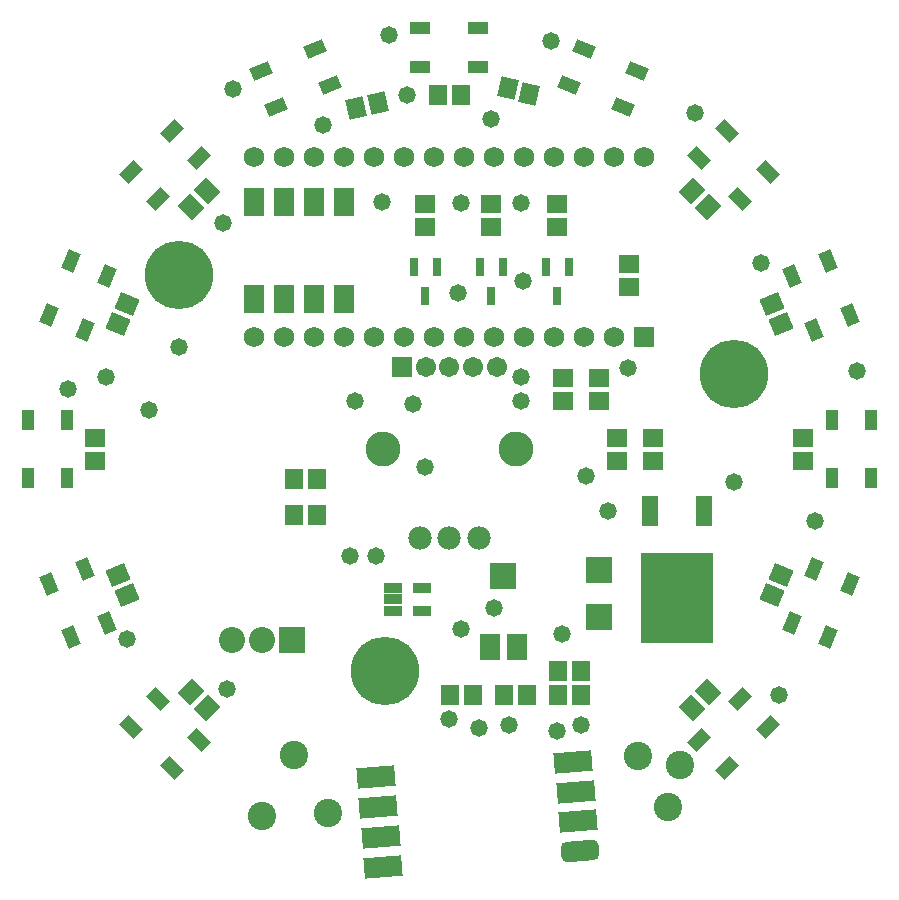
<source format=gts>
G04 Layer_Color=8388736*
%FSAX44Y44*%
%MOMM*%
G71*
G01*
G75*
%ADD60R,1.7032X1.5032*%
%ADD61R,6.2032X7.6032*%
%ADD62R,1.4032X2.6032*%
G04:AMPARAMS|DCode=63|XSize=1.7032mm|YSize=1.1032mm|CornerRadius=0mm|HoleSize=0mm|Usage=FLASHONLY|Rotation=315.000|XOffset=0mm|YOffset=0mm|HoleType=Round|Shape=Rectangle|*
%AMROTATEDRECTD63*
4,1,4,-0.9922,0.2121,-0.2121,0.9922,0.9922,-0.2121,0.2121,-0.9922,-0.9922,0.2121,0.0*
%
%ADD63ROTATEDRECTD63*%

G04:AMPARAMS|DCode=64|XSize=1.7032mm|YSize=1.1032mm|CornerRadius=0mm|HoleSize=0mm|Usage=FLASHONLY|Rotation=292.500|XOffset=0mm|YOffset=0mm|HoleType=Round|Shape=Rectangle|*
%AMROTATEDRECTD64*
4,1,4,-0.8355,0.5757,0.1837,0.9979,0.8355,-0.5757,-0.1837,-0.9979,-0.8355,0.5757,0.0*
%
%ADD64ROTATEDRECTD64*%

%ADD65R,1.1032X1.7032*%
G04:AMPARAMS|DCode=66|XSize=1.7032mm|YSize=1.1032mm|CornerRadius=0mm|HoleSize=0mm|Usage=FLASHONLY|Rotation=247.500|XOffset=0mm|YOffset=0mm|HoleType=Round|Shape=Rectangle|*
%AMROTATEDRECTD66*
4,1,4,-0.1837,0.9979,0.8355,0.5757,0.1837,-0.9979,-0.8355,-0.5757,-0.1837,0.9979,0.0*
%
%ADD66ROTATEDRECTD66*%

G04:AMPARAMS|DCode=67|XSize=1.7032mm|YSize=1.1032mm|CornerRadius=0mm|HoleSize=0mm|Usage=FLASHONLY|Rotation=225.000|XOffset=0mm|YOffset=0mm|HoleType=Round|Shape=Rectangle|*
%AMROTATEDRECTD67*
4,1,4,0.2121,0.9922,0.9922,0.2121,-0.2121,-0.9922,-0.9922,-0.2121,0.2121,0.9922,0.0*
%
%ADD67ROTATEDRECTD67*%

G04:AMPARAMS|DCode=68|XSize=1.7032mm|YSize=1.1032mm|CornerRadius=0mm|HoleSize=0mm|Usage=FLASHONLY|Rotation=202.500|XOffset=0mm|YOffset=0mm|HoleType=Round|Shape=Rectangle|*
%AMROTATEDRECTD68*
4,1,4,0.5757,0.8355,0.9979,-0.1837,-0.5757,-0.8355,-0.9979,0.1837,0.5757,0.8355,0.0*
%
%ADD68ROTATEDRECTD68*%

%ADD69R,1.7032X1.1032*%
G04:AMPARAMS|DCode=70|XSize=1.7032mm|YSize=1.1032mm|CornerRadius=0mm|HoleSize=0mm|Usage=FLASHONLY|Rotation=157.500|XOffset=0mm|YOffset=0mm|HoleType=Round|Shape=Rectangle|*
%AMROTATEDRECTD70*
4,1,4,0.9979,0.1837,0.5757,-0.8355,-0.9979,-0.1837,-0.5757,0.8355,0.9979,0.1837,0.0*
%
%ADD70ROTATEDRECTD70*%

%ADD71R,2.2032X2.2032*%
G04:AMPARAMS|DCode=72|XSize=1.7032mm|YSize=1.5032mm|CornerRadius=0mm|HoleSize=0mm|Usage=FLASHONLY|Rotation=315.000|XOffset=0mm|YOffset=0mm|HoleType=Round|Shape=Rectangle|*
%AMROTATEDRECTD72*
4,1,4,-1.1336,0.0707,-0.0707,1.1336,1.1336,-0.0707,0.0707,-1.1336,-1.1336,0.0707,0.0*
%
%ADD72ROTATEDRECTD72*%

G04:AMPARAMS|DCode=73|XSize=1.7032mm|YSize=1.5032mm|CornerRadius=0mm|HoleSize=0mm|Usage=FLASHONLY|Rotation=22.500|XOffset=0mm|YOffset=0mm|HoleType=Round|Shape=Rectangle|*
%AMROTATEDRECTD73*
4,1,4,-0.4991,-1.0203,-1.0744,0.3685,0.4991,1.0203,1.0744,-0.3685,-0.4991,-1.0203,0.0*
%
%ADD73ROTATEDRECTD73*%

G04:AMPARAMS|DCode=74|XSize=1.7032mm|YSize=1.5032mm|CornerRadius=0mm|HoleSize=0mm|Usage=FLASHONLY|Rotation=45.000|XOffset=0mm|YOffset=0mm|HoleType=Round|Shape=Rectangle|*
%AMROTATEDRECTD74*
4,1,4,-0.0707,-1.1336,-1.1336,-0.0707,0.0707,1.1336,1.1336,0.0707,-0.0707,-1.1336,0.0*
%
%ADD74ROTATEDRECTD74*%

G04:AMPARAMS|DCode=75|XSize=1.7032mm|YSize=1.5032mm|CornerRadius=0mm|HoleSize=0mm|Usage=FLASHONLY|Rotation=76.500|XOffset=0mm|YOffset=0mm|HoleType=Round|Shape=Rectangle|*
%AMROTATEDRECTD75*
4,1,4,0.5320,-1.0035,-0.9296,-0.6526,-0.5320,1.0035,0.9296,0.6526,0.5320,-1.0035,0.0*
%
%ADD75ROTATEDRECTD75*%

%ADD76R,1.5032X1.7032*%
G04:AMPARAMS|DCode=77|XSize=1.7032mm|YSize=1.5032mm|CornerRadius=0mm|HoleSize=0mm|Usage=FLASHONLY|Rotation=103.500|XOffset=0mm|YOffset=0mm|HoleType=Round|Shape=Rectangle|*
%AMROTATEDRECTD77*
4,1,4,0.9296,-0.6526,-0.5320,-1.0035,-0.9296,0.6526,0.5320,1.0035,0.9296,-0.6526,0.0*
%
%ADD77ROTATEDRECTD77*%

G04:AMPARAMS|DCode=78|XSize=1.7032mm|YSize=1.5032mm|CornerRadius=0mm|HoleSize=0mm|Usage=FLASHONLY|Rotation=157.500|XOffset=0mm|YOffset=0mm|HoleType=Round|Shape=Rectangle|*
%AMROTATEDRECTD78*
4,1,4,1.0744,0.3685,0.4991,-1.0203,-1.0744,-0.3685,-0.4991,1.0203,1.0744,0.3685,0.0*
%
%ADD78ROTATEDRECTD78*%

%ADD79R,1.7272X2.4892*%
%ADD80R,0.8032X1.5532*%
G04:AMPARAMS|DCode=81|XSize=0.9032mm|YSize=1.5032mm|CornerRadius=0mm|HoleSize=0mm|Usage=FLASHONLY|Rotation=89.863|XOffset=0mm|YOffset=0mm|HoleType=Round|Shape=Rectangle|*
%AMROTATEDRECTD81*
4,1,4,0.7505,-0.4534,-0.7527,-0.4498,-0.7505,0.4534,0.7527,0.4498,0.7505,-0.4534,0.0*
%
%ADD81ROTATEDRECTD81*%

G04:AMPARAMS|DCode=82|XSize=3.2032mm|YSize=1.7272mm|CornerRadius=0mm|HoleSize=0mm|Usage=FLASHONLY|Rotation=184.500|XOffset=0mm|YOffset=0mm|HoleType=Round|Shape=Rectangle|*
%AMROTATEDRECTD82*
4,1,4,1.5289,0.9866,1.6644,-0.7353,-1.5289,-0.9866,-1.6644,0.7353,1.5289,0.9866,0.0*
%
%ADD82ROTATEDRECTD82*%

G04:AMPARAMS|DCode=83|XSize=3.2032mm|YSize=1.7272mm|CornerRadius=0.4826mm|HoleSize=0mm|Usage=FLASHONLY|Rotation=184.500|XOffset=0mm|YOffset=0mm|HoleType=Round|Shape=RoundedRectangle|*
%AMROUNDEDRECTD83*
21,1,3.2032,0.7620,0,0,184.5*
21,1,2.2380,1.7272,0,0,184.5*
1,1,0.9652,-1.1454,0.2920*
1,1,0.9652,1.0857,0.4676*
1,1,0.9652,1.1454,-0.2920*
1,1,0.9652,-1.0857,-0.4676*
%
%ADD83ROUNDEDRECTD83*%
%ADD84R,1.8032X2.2032*%
%ADD85C,1.9812*%
%ADD86C,1.7032*%
%ADD87R,1.7032X1.7032*%
%ADD88C,2.9532*%
%ADD89C,5.7912*%
%ADD90C,2.4032*%
%ADD91R,1.7272X1.7272*%
%ADD92C,1.7272*%
%ADD93R,2.2032X2.2032*%
%ADD94C,2.2032*%
%ADD95C,1.4732*%
D60*
X01031240Y01152500D02*
D03*
Y01133500D02*
D03*
X01061720D02*
D03*
Y01152500D02*
D03*
X00985520Y01184300D02*
D03*
Y01203300D02*
D03*
X01016000D02*
D03*
Y01184300D02*
D03*
X01188720Y01133500D02*
D03*
Y01152500D02*
D03*
X00589280D02*
D03*
Y01133500D02*
D03*
X00980440Y01331620D02*
D03*
Y01350620D02*
D03*
X00924560Y01331620D02*
D03*
Y01350620D02*
D03*
X00868680Y01331620D02*
D03*
Y01350620D02*
D03*
X01041400Y01280820D02*
D03*
Y01299820D02*
D03*
D61*
X01082040Y01016900D02*
D03*
D62*
X01059240Y01090900D02*
D03*
X01104840D02*
D03*
D63*
X00619338Y00907986D02*
D03*
X00653986Y00873338D02*
D03*
X00677320Y00896672D02*
D03*
X00642672Y00931320D02*
D03*
X01158662Y01378014D02*
D03*
X01124014Y01412662D02*
D03*
X01100679Y01389328D02*
D03*
X01135328Y01354680D02*
D03*
D64*
X00549929Y01029071D02*
D03*
X00568680Y00983800D02*
D03*
X00599168Y00996429D02*
D03*
X00580416Y01041699D02*
D03*
X01227928Y01256715D02*
D03*
X01209572Y01302147D02*
D03*
X01178975Y01289785D02*
D03*
X01197331Y01244353D02*
D03*
D65*
X00532140Y01167500D02*
D03*
Y01118500D02*
D03*
X00565140D02*
D03*
Y01167500D02*
D03*
X01245860Y01118500D02*
D03*
Y01167500D02*
D03*
X01212860D02*
D03*
Y01118500D02*
D03*
D66*
X00568680Y01302200D02*
D03*
X00549929Y01256929D02*
D03*
X00580416Y01244301D02*
D03*
X00599168Y01289571D02*
D03*
X01209320Y00983800D02*
D03*
X01228071Y01029071D02*
D03*
X01197584Y01041699D02*
D03*
X01178832Y00996429D02*
D03*
D67*
X00653986Y01412662D02*
D03*
X00619338Y01378014D02*
D03*
X00642672Y01354680D02*
D03*
X00677320Y01389328D02*
D03*
X01124014Y00873338D02*
D03*
X01158662Y00907986D02*
D03*
X01135328Y00931320D02*
D03*
X01100679Y00896672D02*
D03*
D68*
X00775071Y01482071D02*
D03*
X00729800Y01463320D02*
D03*
X00742429Y01432832D02*
D03*
X00787699Y01451584D02*
D03*
D69*
X00913500Y01499860D02*
D03*
X00864500D02*
D03*
Y01466860D02*
D03*
X00913500D02*
D03*
D70*
X01048200Y01463320D02*
D03*
X01002929Y01482071D02*
D03*
X00990301Y01451584D02*
D03*
X01035571Y01432832D02*
D03*
D71*
X01016000Y01001080D02*
D03*
Y01041080D02*
D03*
X00934720Y01035840D02*
D03*
D72*
X01094217Y00924349D02*
D03*
X01107651Y00937783D02*
D03*
X00683783Y01361652D02*
D03*
X00670349Y01348217D02*
D03*
D73*
X01169540Y01248921D02*
D03*
X01162270Y01266475D02*
D03*
X00608460Y01037079D02*
D03*
X00615731Y01019525D02*
D03*
D74*
X01107651Y01348217D02*
D03*
X01094217Y01361651D02*
D03*
X00670349Y00937783D02*
D03*
X00683783Y00924349D02*
D03*
D75*
X00956658Y01444312D02*
D03*
X00938183Y01448748D02*
D03*
D76*
X00898500Y01442720D02*
D03*
X00879500D02*
D03*
X00757580Y01087120D02*
D03*
X00776580D02*
D03*
X00757580Y01117600D02*
D03*
X00776580D02*
D03*
X00981100Y00955040D02*
D03*
X01000100D02*
D03*
X00981100Y00934720D02*
D03*
X01000100D02*
D03*
X00908660D02*
D03*
X00889660D02*
D03*
X00935380D02*
D03*
X00954380D02*
D03*
D77*
X00828269Y01436656D02*
D03*
X00809794Y01432221D02*
D03*
D78*
X00615731Y01266475D02*
D03*
X00608460Y01248921D02*
D03*
X01162270Y01019525D02*
D03*
X01169540Y01037079D02*
D03*
D79*
X00723900Y01270000D02*
D03*
X00749300D02*
D03*
X00774700D02*
D03*
X00800100D02*
D03*
Y01352550D02*
D03*
X00774700D02*
D03*
X00749300D02*
D03*
X00723900D02*
D03*
D80*
X00868680Y01273240D02*
D03*
X00859180Y01297240D02*
D03*
X00878180D02*
D03*
X00924560Y01273240D02*
D03*
X00915060Y01297240D02*
D03*
X00934060D02*
D03*
X00980440Y01273240D02*
D03*
X00970940Y01297240D02*
D03*
X00989940D02*
D03*
D81*
X00865463Y01025471D02*
D03*
X00865417Y01006471D02*
D03*
X00841417Y01006529D02*
D03*
X00841440Y01016029D02*
D03*
X00841463Y01025529D02*
D03*
D82*
X00832740Y00789516D02*
D03*
X00830748Y00814838D02*
D03*
X00828755Y00840160D02*
D03*
X00826762Y00865481D02*
D03*
X00993885Y00878634D02*
D03*
X00995878Y00853313D02*
D03*
X00997871Y00827991D02*
D03*
D83*
X00999864Y00802669D02*
D03*
D84*
X00922970Y00975840D02*
D03*
X00946470D02*
D03*
D85*
X00864000Y01068000D02*
D03*
X00889000D02*
D03*
X00914000D02*
D03*
D86*
X00929000Y01213000D02*
D03*
X00909000D02*
D03*
X00889000D02*
D03*
X00869000D02*
D03*
D87*
X00849000D02*
D03*
D88*
X00945000Y01143000D02*
D03*
X00833000D02*
D03*
D89*
X01130300Y01206500D02*
D03*
X00834390Y00955040D02*
D03*
X00660400Y01290320D02*
D03*
D90*
X01084341Y00875907D02*
D03*
X01074382Y00840483D02*
D03*
X01048258Y00883115D02*
D03*
X00786164Y00835445D02*
D03*
X00730684Y00832288D02*
D03*
X00757016Y00883967D02*
D03*
D91*
X01054100Y01238250D02*
D03*
D92*
X01028700D02*
D03*
X01003300D02*
D03*
X00977900D02*
D03*
X00952500D02*
D03*
X00927100D02*
D03*
X00901700D02*
D03*
X00876300D02*
D03*
X00850900D02*
D03*
X00825500D02*
D03*
X00800100D02*
D03*
X00774700D02*
D03*
X00749300D02*
D03*
X00723900D02*
D03*
Y01390650D02*
D03*
X00749300D02*
D03*
X00774700D02*
D03*
X00800100D02*
D03*
X00825500D02*
D03*
X00850900D02*
D03*
X00876300D02*
D03*
X00901700D02*
D03*
X00927100D02*
D03*
X00952500D02*
D03*
X00977900D02*
D03*
X01003300D02*
D03*
X01028700D02*
D03*
X01054100D02*
D03*
D93*
X00755650Y00981710D02*
D03*
D94*
X00730250D02*
D03*
X00704850D02*
D03*
D95*
X01130300Y01115060D02*
D03*
X00899160Y00990600D02*
D03*
X00889000Y00914400D02*
D03*
X01000760Y00909320D02*
D03*
X01168400Y00934720D02*
D03*
X01198880Y01082040D02*
D03*
X01234440Y01209040D02*
D03*
X01153160Y01300480D02*
D03*
X01097280Y01427480D02*
D03*
X00975360Y01488440D02*
D03*
X00838200Y01493520D02*
D03*
X00706120Y01447800D02*
D03*
X00782320Y01417320D02*
D03*
X00853440Y01442720D02*
D03*
X00949960Y01351280D02*
D03*
X00899160D02*
D03*
X00701040Y00939800D02*
D03*
X00949960Y01203960D02*
D03*
Y01183640D02*
D03*
X00939800Y00909320D02*
D03*
X00980440Y00904240D02*
D03*
X00927100Y01008380D02*
D03*
X00826770Y01052830D02*
D03*
X00660400Y01229360D02*
D03*
X00808990Y01183640D02*
D03*
X00858520Y01181100D02*
D03*
X00868680Y01127760D02*
D03*
X00896620Y01275080D02*
D03*
X00951230Y01285240D02*
D03*
X00615731Y00982760D02*
D03*
X00598170Y01203960D02*
D03*
X00697230Y01334770D02*
D03*
X01023590Y01090900D02*
D03*
X01004570Y01120140D02*
D03*
X01040130Y01211580D02*
D03*
X00805180Y01052830D02*
D03*
X00831850Y01352550D02*
D03*
X00914400Y00906780D02*
D03*
X00984250Y00986790D02*
D03*
X00924560Y01422400D02*
D03*
X00566420Y01193800D02*
D03*
X00635000Y01176020D02*
D03*
M02*

</source>
